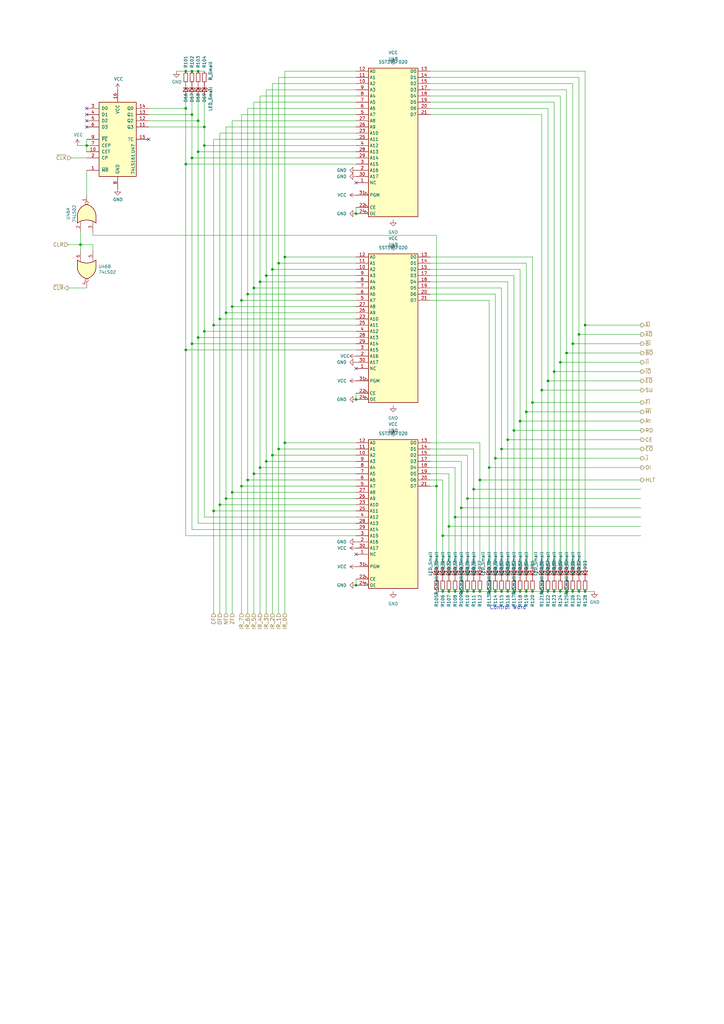
<source format=kicad_sch>
(kicad_sch (version 20211123) (generator eeschema)
  (paper "A3" portrait)
  (lib_symbols
    (symbol "74xx:74LS02" (pin_names (offset 1.016))
      (property "Reference" "U" (at 0 1.27 0))
      (property "Value" "74LS02" (at 0 -1.27 0))
      (symbol "74LS02_1_1"
        (arc (start -3.81 -3.81) (mid -2.589 0) (end -3.81 3.81) (stroke (width 0.254)))
        (arc (start -0.6096 -3.81) (mid 2.1842 -2.5851) (end 3.81 0) (stroke (width 0.254)) (fill (type background)))
        (polyline (pts (xy -3.81 -3.81) (xy -0.635 -3.81)) (stroke (width 0.254)) (fill (type background)))
        (polyline (pts (xy -3.81 3.81) (xy -0.635 3.81)) (stroke (width 0.254)) (fill (type background)))
        (polyline (pts (xy -0.635 3.81) (xy -3.81 3.81) (xy -3.81 3.81) (xy -3.556 3.4036) (xy -3.0226 2.2606) (xy -2.6924 1.0414) (xy -2.6162 -0.254) (xy -2.7686 -1.4986) (xy -3.175 -2.7178) (xy -3.81 -3.81) (xy -3.81 -3.81) (xy -0.635 -3.81)) (stroke (width -25.4)) (fill (type background)))
        (arc (start 3.81 0) (mid 2.1915 2.5936) (end -0.6096 3.81) (stroke (width 0.254)) (fill (type background)))
        (pin output inverted (at 7.62 0 180) (length 3.81) (name "~") (number "1"))
        (pin input line (at -7.62 2.54 0) (length 4.318) (name "~") (number "2"))
        (pin input line (at -7.62 -2.54 0) (length 4.318) (name "~") (number "3"))
      )
      (symbol "74LS02_1_2"
        (arc (start 0 -3.81) (mid 3.81 0) (end 0 3.81) (stroke (width 0.254)) (fill (type background)))
        (polyline (pts (xy 0 3.81) (xy -3.81 3.81) (xy -3.81 -3.81) (xy 0 -3.81)) (stroke (width 0.254)) (fill (type background)))
        (pin output line (at 7.62 0 180) (length 3.81) (name "~") (number "1"))
        (pin input inverted (at -7.62 2.54 0) (length 3.81) (name "~") (number "2"))
        (pin input inverted (at -7.62 -2.54 0) (length 3.81) (name "~") (number "3"))
      )
      (symbol "74LS02_2_1"
        (arc (start -3.81 -3.81) (mid -2.589 0) (end -3.81 3.81) (stroke (width 0.254)))
        (arc (start -0.6096 -3.81) (mid 2.1842 -2.5851) (end 3.81 0) (stroke (width 0.254)) (fill (type background)))
        (polyline (pts (xy -3.81 -3.81) (xy -0.635 -3.81)) (stroke (width 0.254)) (fill (type background)))
        (polyline (pts (xy -3.81 3.81) (xy -0.635 3.81)) (stroke (width 0.254)) (fill (type background)))
        (polyline (pts (xy -0.635 3.81) (xy -3.81 3.81) (xy -3.81 3.81) (xy -3.556 3.4036) (xy -3.0226 2.2606) (xy -2.6924 1.0414) (xy -2.6162 -0.254) (xy -2.7686 -1.4986) (xy -3.175 -2.7178) (xy -3.81 -3.81) (xy -3.81 -3.81) (xy -0.635 -3.81)) (stroke (width -25.4)) (fill (type background)))
        (arc (start 3.81 0) (mid 2.1915 2.5936) (end -0.6096 3.81) (stroke (width 0.254)) (fill (type background)))
        (pin output inverted (at 7.62 0 180) (length 3.81) (name "~") (number "4"))
        (pin input line (at -7.62 2.54 0) (length 4.318) (name "~") (number "5"))
        (pin input line (at -7.62 -2.54 0) (length 4.318) (name "~") (number "6"))
      )
      (symbol "74LS02_2_2"
        (arc (start 0 -3.81) (mid 3.81 0) (end 0 3.81) (stroke (width 0.254)) (fill (type background)))
        (polyline (pts (xy 0 3.81) (xy -3.81 3.81) (xy -3.81 -3.81) (xy 0 -3.81)) (stroke (width 0.254)) (fill (type background)))
        (pin output line (at 7.62 0 180) (length 3.81) (name "~") (number "4"))
        (pin input inverted (at -7.62 2.54 0) (length 3.81) (name "~") (number "5"))
        (pin input inverted (at -7.62 -2.54 0) (length 3.81) (name "~") (number "6"))
      )
      (symbol "74LS02_3_1"
        (arc (start -3.81 -3.81) (mid -2.589 0) (end -3.81 3.81) (stroke (width 0.254)))
        (arc (start -0.6096 -3.81) (mid 2.1842 -2.5851) (end 3.81 0) (stroke (width 0.254)) (fill (type background)))
        (polyline (pts (xy -3.81 -3.81) (xy -0.635 -3.81)) (stroke (width 0.254)) (fill (type background)))
        (polyline (pts (xy -3.81 3.81) (xy -0.635 3.81)) (stroke (width 0.254)) (fill (type background)))
        (polyline (pts (xy -0.635 3.81) (xy -3.81 3.81) (xy -3.81 3.81) (xy -3.556 3.4036) (xy -3.0226 2.2606) (xy -2.6924 1.0414) (xy -2.6162 -0.254) (xy -2.7686 -1.4986) (xy -3.175 -2.7178) (xy -3.81 -3.81) (xy -3.81 -3.81) (xy -0.635 -3.81)) (stroke (width -25.4)) (fill (type background)))
        (arc (start 3.81 0) (mid 2.1915 2.5936) (end -0.6096 3.81) (stroke (width 0.254)) (fill (type background)))
        (pin output inverted (at 7.62 0 180) (length 3.81) (name "~") (number "10"))
        (pin input line (at -7.62 2.54 0) (length 4.318) (name "~") (number "8"))
        (pin input line (at -7.62 -2.54 0) (length 4.318) (name "~") (number "9"))
      )
      (symbol "74LS02_3_2"
        (arc (start 0 -3.81) (mid 3.81 0) (end 0 3.81) (stroke (width 0.254)) (fill (type background)))
        (polyline (pts (xy 0 3.81) (xy -3.81 3.81) (xy -3.81 -3.81) (xy 0 -3.81)) (stroke (width 0.254)) (fill (type background)))
        (pin output line (at 7.62 0 180) (length 3.81) (name "~") (number "10"))
        (pin input inverted (at -7.62 2.54 0) (length 3.81) (name "~") (number "8"))
        (pin input inverted (at -7.62 -2.54 0) (length 3.81) (name "~") (number "9"))
      )
      (symbol "74LS02_4_1"
        (arc (start -3.81 -3.81) (mid -2.589 0) (end -3.81 3.81) (stroke (width 0.254)))
        (arc (start -0.6096 -3.81) (mid 2.1842 -2.5851) (end 3.81 0) (stroke (width 0.254)) (fill (type background)))
        (polyline (pts (xy -3.81 -3.81) (xy -0.635 -3.81)) (stroke (width 0.254)) (fill (type background)))
        (polyline (pts (xy -3.81 3.81) (xy -0.635 3.81)) (stroke (width 0.254)) (fill (type background)))
        (polyline (pts (xy -0.635 3.81) (xy -3.81 3.81) (xy -3.81 3.81) (xy -3.556 3.4036) (xy -3.0226 2.2606) (xy -2.6924 1.0414) (xy -2.6162 -0.254) (xy -2.7686 -1.4986) (xy -3.175 -2.7178) (xy -3.81 -3.81) (xy -3.81 -3.81) (xy -0.635 -3.81)) (stroke (width -25.4)) (fill (type background)))
        (arc (start 3.81 0) (mid 2.1915 2.5936) (end -0.6096 3.81) (stroke (width 0.254)) (fill (type background)))
        (pin input line (at -7.62 2.54 0) (length 4.318) (name "~") (number "11"))
        (pin input line (at -7.62 -2.54 0) (length 4.318) (name "~") (number "12"))
        (pin output inverted (at 7.62 0 180) (length 3.81) (name "~") (number "13"))
      )
      (symbol "74LS02_4_2"
        (arc (start 0 -3.81) (mid 3.81 0) (end 0 3.81) (stroke (width 0.254)) (fill (type background)))
        (polyline (pts (xy 0 3.81) (xy -3.81 3.81) (xy -3.81 -3.81) (xy 0 -3.81)) (stroke (width 0.254)) (fill (type background)))
        (pin input inverted (at -7.62 2.54 0) (length 3.81) (name "~") (number "11"))
        (pin input inverted (at -7.62 -2.54 0) (length 3.81) (name "~") (number "12"))
        (pin output line (at 7.62 0 180) (length 3.81) (name "~") (number "13"))
      )
      (symbol "74LS02_5_0"
        (pin power_in line (at 0 12.7 270) (length 5.08) (name "VCC") (number "14"))
        (pin power_in line (at 0 -12.7 90) (length 5.08) (name "GND") (number "7"))
      )
      (symbol "74LS02_5_1"
        (rectangle (start -5.08 7.62) (end 5.08 -7.62) (stroke (width 0.254)) (fill (type background)))
      )
    )
    (symbol "74xx:74LS161" (pin_names (offset 1.016))
      (property "Reference" "U" (at -7.62 16.51 0))
      (property "Value" "74LS161" (at -7.62 -16.51 0))
      (symbol "74LS161_1_0"
        (pin input line (at -12.7 -12.7 0) (length 5.08) (name "~{MR}") (number "1"))
        (pin input line (at -12.7 -5.08 0) (length 5.08) (name "CET") (number "10"))
        (pin output line (at 12.7 5.08 180) (length 5.08) (name "Q3") (number "11"))
        (pin output line (at 12.7 7.62 180) (length 5.08) (name "Q2") (number "12"))
        (pin output line (at 12.7 10.16 180) (length 5.08) (name "Q1") (number "13"))
        (pin output line (at 12.7 12.7 180) (length 5.08) (name "Q0") (number "14"))
        (pin output line (at 12.7 0 180) (length 5.08) (name "TC") (number "15"))
        (pin power_in line (at 0 20.32 270) (length 5.08) (name "VCC") (number "16"))
        (pin input line (at -12.7 -7.62 0) (length 5.08) (name "CP") (number "2"))
        (pin input line (at -12.7 12.7 0) (length 5.08) (name "D0") (number "3"))
        (pin input line (at -12.7 10.16 0) (length 5.08) (name "D1") (number "4"))
        (pin input line (at -12.7 7.62 0) (length 5.08) (name "D2") (number "5"))
        (pin input line (at -12.7 5.08 0) (length 5.08) (name "D3") (number "6"))
        (pin input line (at -12.7 -2.54 0) (length 5.08) (name "CEP") (number "7"))
        (pin power_in line (at 0 -20.32 90) (length 5.08) (name "GND") (number "8"))
        (pin input line (at -12.7 0 0) (length 5.08) (name "~{PE}") (number "9"))
      )
      (symbol "74LS161_1_1"
        (rectangle (start -7.62 15.24) (end 7.62 -15.24) (stroke (width 0.254)) (fill (type background)))
      )
    )
    (symbol "Device:LED_Small" (pin_numbers hide) (pin_names (offset 0.254) hide)
      (property "Reference" "D" (at -1.27 3.175 0))
      (property "Value" "LED_Small" (at -4.445 -2.54 0))
      (symbol "LED_Small_0_1"
        (polyline (pts (xy -0.762 -1.016) (xy -0.762 1.016)) (stroke (width 0.254)))
        (polyline (pts (xy 1.016 0) (xy -0.762 0)))
        (polyline (pts (xy 0.762 -1.016) (xy -0.762 0) (xy 0.762 1.016) (xy 0.762 -1.016)) (stroke (width 0.254)))
        (polyline (pts (xy 0 0.762) (xy -0.508 1.27) (xy -0.254 1.27) (xy -0.508 1.27) (xy -0.508 1.016)))
        (polyline (pts (xy 0.508 1.27) (xy 0 1.778) (xy 0.254 1.778) (xy 0 1.778) (xy 0 1.524)))
      )
      (symbol "LED_Small_1_1"
        (pin passive line (at -2.54 0 0) (length 1.778) (name "K") (number "1"))
        (pin passive line (at 2.54 0 180) (length 1.778) (name "A") (number "2"))
      )
    )
    (symbol "Device:R_Small" (pin_numbers hide) (pin_names (offset 0.254) hide)
      (property "Reference" "R" (at 0.762 0.508 0))
      (property "Value" "R_Small" (at 0.762 -1.016 0))
      (symbol "R_Small_0_1"
        (rectangle (start -0.762 1.778) (end 0.762 -1.778) (stroke (width 0.2032)))
      )
      (symbol "R_Small_1_1"
        (pin passive line (at 0 2.54 270) (length 0.762) (name "~") (number "1"))
        (pin passive line (at 0 -2.54 90) (length 0.762) (name "~") (number "2"))
      )
    )
    (symbol "Memory_Flash:SST39SF020"
      (property "Reference" "U" (at 2.54 33.02 0))
      (property "Value" "SST39SF020" (at 0 -30.48 0))
      (symbol "SST39SF020_0_0"
        (pin power_in line (at 0 -30.48 90) (length 1.27) hide (name "GND") (number "16"))
        (pin power_in line (at 0 33.02 270) (length 1.27) hide (name "VCC") (number "32"))
      )
      (symbol "SST39SF020_0_1"
        (rectangle (start -10.16 31.75) (end 10.16 -29.21) (stroke (width 0.254)) (fill (type background)))
      )
      (symbol "SST39SF020_1_1"
        (pin input line (at -15.24 -15.24 0) (length 5.08) (name "NC") (number "1"))
        (pin input line (at -15.24 25.4 0) (length 5.08) (name "A2") (number "10"))
        (pin input line (at -15.24 27.94 0) (length 5.08) (name "A1") (number "11"))
        (pin input line (at -15.24 30.48 0) (length 5.08) (name "A0") (number "12"))
        (pin tri_state line (at 15.24 30.48 180) (length 5.08) (name "D0") (number "13"))
        (pin tri_state line (at 15.24 27.94 180) (length 5.08) (name "D1") (number "14"))
        (pin tri_state line (at 15.24 25.4 180) (length 5.08) (name "D2") (number "15"))
        (pin tri_state line (at 15.24 22.86 180) (length 5.08) (name "D3") (number "17"))
        (pin tri_state line (at 15.24 20.32 180) (length 5.08) (name "D4") (number "18"))
        (pin tri_state line (at 15.24 17.78 180) (length 5.08) (name "D5") (number "19"))
        (pin input line (at -15.24 -10.16 0) (length 5.08) (name "A16") (number "2"))
        (pin tri_state line (at 15.24 15.24 180) (length 5.08) (name "D6") (number "20"))
        (pin tri_state line (at 15.24 12.7 180) (length 5.08) (name "D7") (number "21"))
        (pin input input_low (at -15.24 -25.4 0) (length 5.08) (name "CE") (number "22"))
        (pin input line (at -15.24 5.08 0) (length 5.08) (name "A10") (number "23"))
        (pin input input_low (at -15.24 -27.94 0) (length 5.08) (name "OE") (number "24"))
        (pin input line (at -15.24 2.54 0) (length 5.08) (name "A11") (number "25"))
        (pin input line (at -15.24 7.62 0) (length 5.08) (name "A9") (number "26"))
        (pin input line (at -15.24 10.16 0) (length 5.08) (name "A8") (number "27"))
        (pin input line (at -15.24 -2.54 0) (length 5.08) (name "A13") (number "28"))
        (pin input line (at -15.24 -5.08 0) (length 5.08) (name "A14") (number "29"))
        (pin input line (at -15.24 -7.62 0) (length 5.08) (name "A15") (number "3"))
        (pin input line (at -15.24 -12.7 0) (length 5.08) (name "A17") (number "30"))
        (pin input input_low (at -15.24 -20.32 0) (length 5.08) (name "PGM") (number "31"))
        (pin input line (at -15.24 0 0) (length 5.08) (name "A12") (number "4"))
        (pin input line (at -15.24 12.7 0) (length 5.08) (name "A7") (number "5"))
        (pin input line (at -15.24 15.24 0) (length 5.08) (name "A6") (number "6"))
        (pin input line (at -15.24 17.78 0) (length 5.08) (name "A5") (number "7"))
        (pin input line (at -15.24 20.32 0) (length 5.08) (name "A4") (number "8"))
        (pin input line (at -15.24 22.86 0) (length 5.08) (name "A3") (number "9"))
      )
    )
    (symbol "power:GND" (power) (pin_names (offset 0))
      (property "Value" "GND" (at 0 -3.81 0))
      (symbol "GND_0_1"
        (polyline (pts (xy 0 0) (xy 0 -1.27) (xy 1.27 -1.27) (xy 0 -2.54) (xy -1.27 -1.27) (xy 0 -1.27)))
      )
      (symbol "GND_1_1"
        (pin power_in line (at 0 0 270) (length 0) hide (name "GND") (number "1"))
      )
    )
    (symbol "power:VCC" (power) (pin_names (offset 0))
      (property "Value" "VCC" (at 0 3.81 0))
      (symbol "VCC_0_1"
        (polyline (pts (xy -0.762 1.27) (xy 0 2.54)))
        (polyline (pts (xy 0 0) (xy 0 2.54)))
        (polyline (pts (xy 0 2.54) (xy 0.762 1.27)))
      )
      (symbol "VCC_1_1"
        (pin power_in line (at 0 0 90) (length 0) hide (name "VCC") (number "1"))
      )
    )
  )
  (junction (at 109.22 189.23))
  (junction (at 87.63 133.35))
  (junction (at 224.79 156.21))
  (junction (at 114.3 184.15))
  (junction (at 215.9 168.91))
  (junction (at 232.41 144.78))
  (junction (at 181.61 242.57))
  (junction (at 213.36 242.57))
  (junction (at 104.14 194.31))
  (junction (at 213.36 172.72))
  (junction (at 184.15 242.57))
  (junction (at 229.87 242.57))
  (junction (at 227.33 242.57))
  (junction (at 222.25 242.57))
  (junction (at 191.77 204.47))
  (junction (at 186.69 212.09))
  (junction (at 83.82 59.69))
  (junction (at 35.56 59.69))
  (junction (at 210.82 176.53))
  (junction (at 95.25 201.93))
  (junction (at 92.71 128.27))
  (junction (at 81.28 62.23))
  (junction (at 205.74 184.15))
  (junction (at 90.17 130.81))
  (junction (at 111.76 110.49))
  (junction (at 179.07 199.39))
  (junction (at 196.85 196.85))
  (junction (at 76.2 44.45))
  (junction (at 240.03 133.35))
  (junction (at 200.66 191.77))
  (junction (at 234.95 242.57))
  (junction (at 101.6 120.65))
  (junction (at 106.68 191.77))
  (junction (at 181.61 219.71))
  (junction (at 200.66 242.57))
  (junction (at 81.28 138.43))
  (junction (at 76.2 67.31))
  (junction (at 218.44 165.1))
  (junction (at 78.74 64.77))
  (junction (at 114.3 107.95))
  (junction (at 81.28 49.53))
  (junction (at 78.74 140.97))
  (junction (at 208.28 180.34))
  (junction (at 146.05 87.63))
  (junction (at 95.25 125.73))
  (junction (at 227.33 152.4))
  (junction (at 191.77 242.57))
  (junction (at 81.28 29.21))
  (junction (at 83.82 135.89))
  (junction (at 240.03 242.57))
  (junction (at 76.2 29.21))
  (junction (at 234.95 140.97))
  (junction (at 222.25 160.02))
  (junction (at 189.23 208.28))
  (junction (at 205.74 242.57))
  (junction (at 76.2 143.51))
  (junction (at 186.69 242.57))
  (junction (at 111.76 186.69))
  (junction (at 218.44 242.57))
  (junction (at 99.06 199.39))
  (junction (at 194.31 242.57))
  (junction (at 78.74 46.99))
  (junction (at 237.49 242.57))
  (junction (at 92.71 204.47))
  (junction (at 196.85 242.57))
  (junction (at 33.02 100.33))
  (junction (at 83.82 52.07))
  (junction (at 203.2 187.96))
  (junction (at 215.9 242.57))
  (junction (at 210.82 242.57))
  (junction (at 229.87 148.59))
  (junction (at 184.15 215.9))
  (junction (at 146.05 240.03))
  (junction (at 87.63 209.55))
  (junction (at 237.49 137.16))
  (junction (at 104.14 118.11))
  (junction (at 189.23 242.57))
  (junction (at 224.79 242.57))
  (junction (at 106.68 115.57))
  (junction (at 90.17 207.01))
  (junction (at 208.28 242.57))
  (junction (at 99.06 123.19))
  (junction (at 78.74 29.21))
  (junction (at 232.41 242.57))
  (junction (at 101.6 196.85))
  (junction (at 109.22 113.03))
  (junction (at 116.84 105.41))
  (junction (at 194.31 200.66))
  (junction (at 116.84 181.61))
  (junction (at 203.2 242.57))
  (junction (at 146.05 163.83))
  (no_connect (at 146.05 74.93))
  (no_connect (at 146.05 151.13))
  (no_connect (at 146.05 227.33))
  (no_connect (at 35.56 49.53))
  (no_connect (at 35.56 52.07))
  (no_connect (at 35.56 44.45))
  (no_connect (at 60.96 57.15))
  (no_connect (at 35.56 46.99))
  (wire (pts (xy 176.53 105.41) (xy 218.44 105.41)))
  (wire (pts (xy 176.53 194.31) (xy 184.15 194.31)))
  (wire (pts (xy 83.82 135.89) (xy 146.05 135.89)))
  (wire (pts (xy 208.28 180.34) (xy 208.28 232.41)))
  (wire (pts (xy 95.25 125.73) (xy 95.25 201.93)))
  (wire (pts (xy 229.87 148.59) (xy 262.89 148.59)))
  (wire (pts (xy 76.2 44.45) (xy 76.2 67.31)))
  (wire (pts (xy 83.82 29.21) (xy 81.28 29.21)))
  (wire (pts (xy 99.06 46.99) (xy 146.05 46.99)))
  (wire (pts (xy 72.39 29.21) (xy 76.2 29.21)))
  (wire (pts (xy 215.9 168.91) (xy 215.9 107.95)))
  (wire (pts (xy 222.25 160.02) (xy 222.25 232.41)))
  (wire (pts (xy 176.53 120.65) (xy 203.2 120.65)))
  (wire (pts (xy 210.82 232.41) (xy 210.82 176.53)))
  (wire (pts (xy 176.53 199.39) (xy 179.07 199.39)))
  (wire (pts (xy 179.07 199.39) (xy 179.07 96.52)))
  (wire (pts (xy 87.63 133.35) (xy 146.05 133.35)))
  (wire (pts (xy 218.44 165.1) (xy 218.44 232.41)))
  (wire (pts (xy 213.36 172.72) (xy 213.36 232.41)))
  (wire (pts (xy 38.1 96.52) (xy 179.07 96.52)))
  (wire (pts (xy 101.6 196.85) (xy 101.6 251.46)))
  (wire (pts (xy 176.53 184.15) (xy 194.31 184.15)))
  (wire (pts (xy 76.2 67.31) (xy 146.05 67.31)))
  (wire (pts (xy 78.74 39.37) (xy 78.74 46.99)))
  (wire (pts (xy 215.9 232.41) (xy 215.9 168.91)))
  (wire (pts (xy 181.61 219.71) (xy 262.89 219.71)))
  (wire (pts (xy 81.28 29.21) (xy 78.74 29.21)))
  (wire (pts (xy 222.25 46.99) (xy 222.25 160.02)))
  (wire (pts (xy 78.74 64.77) (xy 78.74 140.97)))
  (wire (pts (xy 229.87 148.59) (xy 229.87 232.41)))
  (wire (pts (xy 234.95 140.97) (xy 234.95 232.41)))
  (wire (pts (xy 92.71 204.47) (xy 146.05 204.47)))
  (wire (pts (xy 78.74 140.97) (xy 146.05 140.97)))
  (wire (pts (xy 116.84 181.61) (xy 116.84 251.46)))
  (wire (pts (xy 215.9 168.91) (xy 262.89 168.91)))
  (wire (pts (xy 237.49 242.57) (xy 240.03 242.57)))
  (wire (pts (xy 95.25 201.93) (xy 95.25 251.46)))
  (wire (pts (xy 186.69 212.09) (xy 186.69 232.41)))
  (wire (pts (xy 92.71 52.07) (xy 92.71 128.27)))
  (wire (pts (xy 99.06 199.39) (xy 146.05 199.39)))
  (wire (pts (xy 106.68 39.37) (xy 106.68 115.57)))
  (wire (pts (xy 83.82 59.69) (xy 146.05 59.69)))
  (wire (pts (xy 109.22 189.23) (xy 146.05 189.23)))
  (wire (pts (xy 218.44 242.57) (xy 222.25 242.57)))
  (wire (pts (xy 213.36 110.49) (xy 213.36 172.72)))
  (wire (pts (xy 101.6 120.65) (xy 146.05 120.65)))
  (wire (pts (xy 109.22 189.23) (xy 109.22 251.46)))
  (wire (pts (xy 146.05 237.49) (xy 146.05 240.03)))
  (wire (pts (xy 181.61 219.71) (xy 181.61 232.41)))
  (wire (pts (xy 104.14 118.11) (xy 104.14 194.31)))
  (wire (pts (xy 200.66 191.77) (xy 262.89 191.77)))
  (wire (pts (xy 106.68 115.57) (xy 106.68 191.77)))
  (wire (pts (xy 81.28 138.43) (xy 146.05 138.43)))
  (wire (pts (xy 146.05 85.09) (xy 146.05 87.63)))
  (wire (pts (xy 114.3 107.95) (xy 114.3 184.15)))
  (wire (pts (xy 224.79 242.57) (xy 227.33 242.57)))
  (wire (pts (xy 81.28 214.63) (xy 146.05 214.63)))
  (wire (pts (xy 87.63 57.15) (xy 146.05 57.15)))
  (wire (pts (xy 176.53 31.75) (xy 237.49 31.75)))
  (wire (pts (xy 232.41 36.83) (xy 176.53 36.83)))
  (wire (pts (xy 194.31 242.57) (xy 196.85 242.57)))
  (wire (pts (xy 90.17 54.61) (xy 146.05 54.61)))
  (wire (pts (xy 200.66 232.41) (xy 200.66 191.77)))
  (wire (pts (xy 196.85 232.41) (xy 196.85 196.85)))
  (wire (pts (xy 176.53 191.77) (xy 186.69 191.77)))
  (wire (pts (xy 101.6 120.65) (xy 101.6 196.85)))
  (wire (pts (xy 81.28 62.23) (xy 146.05 62.23)))
  (wire (pts (xy 189.23 242.57) (xy 191.77 242.57)))
  (wire (pts (xy 99.06 199.39) (xy 99.06 251.46)))
  (wire (pts (xy 90.17 54.61) (xy 90.17 130.81)))
  (wire (pts (xy 205.74 184.15) (xy 205.74 118.11)))
  (wire (pts (xy 116.84 29.21) (xy 146.05 29.21)))
  (wire (pts (xy 114.3 184.15) (xy 114.3 251.46)))
  (wire (pts (xy 224.79 232.41) (xy 224.79 156.21)))
  (wire (pts (xy 181.61 242.57) (xy 184.15 242.57)))
  (wire (pts (xy 227.33 41.91) (xy 227.33 152.4)))
  (wire (pts (xy 222.25 242.57) (xy 224.79 242.57)))
  (wire (pts (xy 191.77 204.47) (xy 262.89 204.47)))
  (wire (pts (xy 205.74 118.11) (xy 176.53 118.11)))
  (wire (pts (xy 81.28 138.43) (xy 81.28 214.63)))
  (wire (pts (xy 109.22 36.83) (xy 109.22 113.03)))
  (wire (pts (xy 114.3 31.75) (xy 114.3 107.95)))
  (wire (pts (xy 176.53 110.49) (xy 213.36 110.49)))
  (wire (pts (xy 101.6 44.45) (xy 101.6 120.65)))
  (wire (pts (xy 106.68 39.37) (xy 146.05 39.37)))
  (wire (pts (xy 99.06 46.99) (xy 99.06 123.19)))
  (wire (pts (xy 38.1 100.33) (xy 33.02 100.33)))
  (wire (pts (xy 27.94 118.11) (xy 35.56 118.11)))
  (wire (pts (xy 215.9 242.57) (xy 218.44 242.57)))
  (wire (pts (xy 90.17 207.01) (xy 90.17 251.46)))
  (wire (pts (xy 60.96 44.45) (xy 76.2 44.45)))
  (wire (pts (xy 95.25 201.93) (xy 146.05 201.93)))
  (wire (pts (xy 210.82 176.53) (xy 210.82 113.03)))
  (wire (pts (xy 99.06 123.19) (xy 146.05 123.19)))
  (wire (pts (xy 81.28 39.37) (xy 81.28 49.53)))
  (wire (pts (xy 181.61 196.85) (xy 181.61 219.71)))
  (wire (pts (xy 176.53 39.37) (xy 229.87 39.37)))
  (wire (pts (xy 196.85 242.57) (xy 200.66 242.57)))
  (wire (pts (xy 90.17 130.81) (xy 90.17 207.01)))
  (wire (pts (xy 90.17 207.01) (xy 146.05 207.01)))
  (wire (pts (xy 116.84 181.61) (xy 146.05 181.61)))
  (wire (pts (xy 76.2 219.71) (xy 146.05 219.71)))
  (wire (pts (xy 83.82 59.69) (xy 83.82 135.89)))
  (wire (pts (xy 227.33 242.57) (xy 229.87 242.57)))
  (wire (pts (xy 229.87 39.37) (xy 229.87 148.59)))
  (wire (pts (xy 83.82 212.09) (xy 146.05 212.09)))
  (wire (pts (xy 203.2 242.57) (xy 205.74 242.57)))
  (wire (pts (xy 200.66 123.19) (xy 176.53 123.19)))
  (wire (pts (xy 224.79 44.45) (xy 176.53 44.45)))
  (wire (pts (xy 101.6 44.45) (xy 146.05 44.45)))
  (wire (pts (xy 60.96 46.99) (xy 78.74 46.99)))
  (wire (pts (xy 76.2 67.31) (xy 76.2 143.51)))
  (wire (pts (xy 186.69 191.77) (xy 186.69 212.09)))
  (wire (pts (xy 116.84 29.21) (xy 116.84 105.41)))
  (wire (pts (xy 208.28 180.34) (xy 262.89 180.34)))
  (wire (pts (xy 76.2 143.51) (xy 146.05 143.51)))
  (wire (pts (xy 186.69 212.09) (xy 262.89 212.09)))
  (wire (pts (xy 210.82 242.57) (xy 213.36 242.57)))
  (wire (pts (xy 109.22 36.83) (xy 146.05 36.83)))
  (wire (pts (xy 33.02 95.25) (xy 33.02 100.33)))
  (wire (pts (xy 196.85 196.85) (xy 196.85 181.61)))
  (wire (pts (xy 38.1 100.33) (xy 38.1 102.87)))
  (wire (pts (xy 78.74 29.21) (xy 76.2 29.21)))
  (wire (pts (xy 203.2 120.65) (xy 203.2 187.96)))
  (wire (pts (xy 81.28 49.53) (xy 81.28 62.23)))
  (wire (pts (xy 33.02 100.33) (xy 33.02 102.87)))
  (wire (pts (xy 106.68 115.57) (xy 146.05 115.57)))
  (wire (pts (xy 240.03 29.21) (xy 240.03 133.35)))
  (wire (pts (xy 101.6 196.85) (xy 146.05 196.85)))
  (wire (pts (xy 224.79 156.21) (xy 224.79 44.45)))
  (wire (pts (xy 189.23 189.23) (xy 189.23 208.28)))
  (wire (pts (xy 237.49 232.41) (xy 237.49 137.16)))
  (wire (pts (xy 191.77 232.41) (xy 191.77 204.47)))
  (wire (pts (xy 92.71 52.07) (xy 146.05 52.07)))
  (wire (pts (xy 81.28 62.23) (xy 81.28 138.43)))
  (wire (pts (xy 35.56 59.69) (xy 35.56 62.23)))
  (wire (pts (xy 240.03 133.35) (xy 240.03 232.41)))
  (wire (pts (xy 210.82 176.53) (xy 262.89 176.53)))
  (wire (pts (xy 176.53 41.91) (xy 227.33 41.91)))
  (wire (pts (xy 191.77 204.47) (xy 191.77 186.69)))
  (wire (pts (xy 176.53 107.95) (xy 215.9 107.95)))
  (wire (pts (xy 205.74 184.15) (xy 262.89 184.15)))
  (wire (pts (xy 196.85 181.61) (xy 176.53 181.61)))
  (wire (pts (xy 205.74 242.57) (xy 208.28 242.57)))
  (wire (pts (xy 60.96 52.07) (xy 83.82 52.07)))
  (wire (pts (xy 106.68 191.77) (xy 146.05 191.77)))
  (wire (pts (xy 191.77 242.57) (xy 194.31 242.57)))
  (wire (pts (xy 92.71 204.47) (xy 92.71 251.46)))
  (wire (pts (xy 146.05 161.29) (xy 146.05 163.83)))
  (wire (pts (xy 90.17 130.81) (xy 146.05 130.81)))
  (wire (pts (xy 111.76 110.49) (xy 146.05 110.49)))
  (wire (pts (xy 114.3 107.95) (xy 146.05 107.95)))
  (wire (pts (xy 184.15 242.57) (xy 186.69 242.57)))
  (wire (pts (xy 76.2 44.45) (xy 76.2 39.37)))
  (wire (pts (xy 92.71 128.27) (xy 92.71 204.47)))
  (wire (pts (xy 111.76 186.69) (xy 146.05 186.69)))
  (wire (pts (xy 78.74 217.17) (xy 146.05 217.17)))
  (wire (pts (xy 208.28 242.57) (xy 210.82 242.57)))
  (wire (pts (xy 111.76 34.29) (xy 146.05 34.29)))
  (wire (pts (xy 146.05 194.31) (xy 104.14 194.31)))
  (wire (pts (xy 184.15 194.31) (xy 184.15 215.9)))
  (wire (pts (xy 179.07 242.57) (xy 181.61 242.57)))
  (wire (pts (xy 78.74 46.99) (xy 78.74 64.77)))
  (wire (pts (xy 232.41 242.57) (xy 234.95 242.57)))
  (wire (pts (xy 35.56 57.15) (xy 35.56 59.69)))
  (wire (pts (xy 83.82 52.07) (xy 83.82 59.69)))
  (wire (pts (xy 111.76 186.69) (xy 111.76 251.46)))
  (wire (pts (xy 203.2 187.96) (xy 203.2 232.41)))
  (wire (pts (xy 176.53 34.29) (xy 234.95 34.29)))
  (wire (pts (xy 224.79 156.21) (xy 262.89 156.21)))
  (wire (pts (xy 92.71 128.27) (xy 146.05 128.27)))
  (wire (pts (xy 229.87 242.57) (xy 232.41 242.57)))
  (wire (pts (xy 114.3 31.75) (xy 146.05 31.75)))
  (wire (pts (xy 99.06 123.19) (xy 99.06 199.39)))
  (wire (pts (xy 146.05 118.11) (xy 104.14 118.11)))
  (wire (pts (xy 205.74 232.41) (xy 205.74 184.15)))
  (wire (pts (xy 109.22 113.03) (xy 109.22 189.23)))
  (wire (pts (xy 87.63 57.15) (xy 87.63 133.35)))
  (wire (pts (xy 109.22 113.03) (xy 146.05 113.03)))
  (wire (pts (xy 146.05 41.91) (xy 104.14 41.91)))
  (wire (pts (xy 104.14 41.91) (xy 104.14 118.11)))
  (wire (pts (xy 184.15 215.9) (xy 184.15 232.41)))
  (wire (pts (xy 237.49 137.16) (xy 237.49 31.75)))
  (wire (pts (xy 232.41 144.78) (xy 262.89 144.78)))
  (wire (pts (xy 35.56 80.01) (xy 35.56 69.85)))
  (wire (pts (xy 95.25 49.53) (xy 146.05 49.53)))
  (wire (pts (xy 179.07 199.39) (xy 179.07 232.41)))
  (wire (pts (xy 87.63 209.55) (xy 87.63 251.46)))
  (wire (pts (xy 116.84 105.41) (xy 116.84 181.61)))
  (wire (pts (xy 194.31 200.66) (xy 194.31 232.41)))
  (wire (pts (xy 176.53 189.23) (xy 189.23 189.23)))
  (wire (pts (xy 208.28 115.57) (xy 208.28 180.34)))
  (wire (pts (xy 234.95 140.97) (xy 262.89 140.97)))
  (wire (pts (xy 234.95 34.29) (xy 234.95 140.97)))
  (wire (pts (xy 186.69 242.57) (xy 189.23 242.57)))
  (wire (pts (xy 227.33 152.4) (xy 227.33 232.41)))
  (wire (pts (xy 87.63 209.55) (xy 146.05 209.55)))
  (wire (pts (xy 218.44 165.1) (xy 262.89 165.1)))
  (wire (pts (xy 29.21 64.77) (xy 35.56 64.77)))
  (wire (pts (xy 38.1 95.25) (xy 38.1 96.52)))
  (wire (pts (xy 232.41 36.83) (xy 232.41 144.78)))
  (wire (pts (xy 95.25 49.53) (xy 95.25 125.73)))
  (wire (pts (xy 189.23 208.28) (xy 262.89 208.28)))
  (wire (pts (xy 227.33 152.4) (xy 262.89 152.4)))
  (wire (pts (xy 213.36 172.72) (xy 262.89 172.72)))
  (wire (pts (xy 31.75 59.69) (xy 35.56 59.69)))
  (wire (pts (xy 114.3 184.15) (xy 146.05 184.15)))
  (wire (pts (xy 104.14 194.31) (xy 104.14 251.46)))
  (wire (pts (xy 203.2 187.96) (xy 262.89 187.96)))
  (wire (pts (xy 237.49 137.16) (xy 262.89 137.16)))
  (wire (pts (xy 200.66 242.57) (xy 203.2 242.57)))
  (wire (pts (xy 87.63 133.35) (xy 87.63 209.55)))
  (wire (pts (xy 76.2 143.51) (xy 76.2 219.71)))
  (wire (pts (xy 213.36 242.57) (xy 215.9 242.57)))
  (wire (pts (xy 218.44 105.41) (xy 218.44 165.1)))
  (wire (pts (xy 27.94 100.33) (xy 33.02 100.33)))
  (wire (pts (xy 184.15 215.9) (xy 262.89 215.9)))
  (wire (pts (xy 240.03 242.57) (xy 243.84 242.57)))
  (wire (pts (xy 111.76 110.49) (xy 111.76 186.69)))
  (wire (pts (xy 106.68 191.77) (xy 106.68 251.46)))
  (wire (pts (xy 83.82 39.37) (xy 83.82 52.07)))
  (wire (pts (xy 194.31 200.66) (xy 262.89 200.66)))
  (wire (pts (xy 194.31 184.15) (xy 194.31 200.66)))
  (wire (pts (xy 189.23 208.28) (xy 189.23 232.41)))
  (wire (pts (xy 210.82 113.03) (xy 176.53 113.03)))
  (wire (pts (xy 78.74 140.97) (xy 78.74 217.17)))
  (wire (pts (xy 240.03 133.35) (xy 262.89 133.35)))
  (wire (pts (xy 116.84 105.41) (xy 146.05 105.41)))
  (wire (pts (xy 196.85 196.85) (xy 262.89 196.85)))
  (wire (pts (xy 176.53 196.85) (xy 181.61 196.85)))
  (wire (pts (xy 176.53 29.21) (xy 240.03 29.21)))
  (wire (pts (xy 232.41 144.78) (xy 232.41 232.41)))
  (wire (pts (xy 234.95 242.57) (xy 237.49 242.57)))
  (wire (pts (xy 95.25 125.73) (xy 146.05 125.73)))
  (wire (pts (xy 111.76 34.29) (xy 111.76 110.49)))
  (wire (pts (xy 83.82 135.89) (xy 83.82 212.09)))
  (wire (pts (xy 200.66 191.77) (xy 200.66 123.19)))
  (wire (pts (xy 191.77 186.69) (xy 176.53 186.69)))
  (wire (pts (xy 60.96 49.53) (xy 81.28 49.53)))
  (wire (pts (xy 78.74 64.77) (xy 146.05 64.77)))
  (wire (pts (xy 176.53 115.57) (xy 208.28 115.57)))
  (wire (pts (xy 176.53 46.99) (xy 222.25 46.99)))
  (wire (pts (xy 222.25 160.02) (xy 262.89 160.02)))
  (text "Control Word\n" (at 215.9 250.19 180) (effects (font (size 1.524 1.524)) (justify right bottom)))
  (hierarchical_label "IR_6" (shape input) (at 101.6 251.46 270) (effects (font (size 1.524 1.524))))
  (hierarchical_label "~{MI}" (shape output) (at 262.89 168.91 0) (effects (font (size 1.524 1.524))))
  (hierarchical_label "~{BI}" (shape output) (at 262.89 140.97 0) (effects (font (size 1.524 1.524))))
  (hierarchical_label "OI" (shape output) (at 262.89 191.77 0) (effects (font (size 1.524 1.524))))
  (hierarchical_label "CF" (shape input) (at 87.63 251.46 270) (effects (font (size 1.524 1.524))))
  (hierarchical_label "~{CLR}" (shape output) (at 27.94 118.11 180) (effects (font (size 1.524 1.524))))
  (hierarchical_label "~{FI}" (shape output) (at 262.89 165.1 0) (effects (font (size 1.524 1.524))))
  (hierarchical_label "~{CLK}" (shape input) (at 29.21 64.77 180) (effects (font (size 1.524 1.524))))
  (hierarchical_label "HLT" (shape output) (at 262.89 196.85 0) (effects (font (size 1.524 1.524))))
  (hierarchical_label "~{AO}" (shape output) (at 262.89 137.16 0) (effects (font (size 1.524 1.524))))
  (hierarchical_label "RI" (shape output) (at 262.89 172.72 0) (effects (font (size 1.524 1.524))))
  (hierarchical_label "IR_2" (shape input) (at 111.76 251.46 270) (effects (font (size 1.524 1.524))))
  (hierarchical_label "~{IO}" (shape output) (at 262.89 152.4 0) (effects (font (size 1.524 1.524))))
  (hierarchical_label "IR_5" (shape input) (at 104.14 251.46 270) (effects (font (size 1.524 1.524))))
  (hierarchical_label "NF" (shape input) (at 92.71 251.46 270) (effects (font (size 1.524 1.524))))
  (hierarchical_label "~{CO}" (shape output) (at 262.89 184.15 0) (effects (font (size 1.524 1.524))))
  (hierarchical_label "~{AI}" (shape output) (at 262.89 133.35 0) (effects (font (size 1.524 1.524))))
  (hierarchical_label "~{II}" (shape output) (at 262.89 148.59 0) (effects (font (size 1.524 1.524))))
  (hierarchical_label "IR_7" (shape input) (at 99.06 251.46 270) (effects (font (size 1.524 1.524))))
  (hierarchical_label "RO" (shape output) (at 262.89 176.53 0) (effects (font (size 1.524 1.524))))
  (hierarchical_label "IR_1" (shape input) (at 114.3 251.46 270) (effects (font (size 1.524 1.524))))
  (hierarchical_label "IR_3" (shape input) (at 109.22 251.46 270) (effects (font (size 1.524 1.524))))
  (hierarchical_label "~{BO}" (shape output) (at 262.89 144.78 0) (effects (font (size 1.524 1.524))))
  (hierarchical_label "~{J}" (shape output) (at 262.89 187.96 0) (effects (font (size 1.524 1.524))))
  (hierarchical_label "ZF" (shape input) (at 95.25 251.46 270) (effects (font (size 1.524 1.524))))
  (hierarchical_label "IR_0" (shape input) (at 116.84 251.46 270) (effects (font (size 1.524 1.524))))
  (hierarchical_label "~{EO}" (shape output) (at 262.89 156.21 0) (effects (font (size 1.524 1.524))))
  (hierarchical_label "CE" (shape output) (at 262.89 180.34 0) (effects (font (size 1.524 1.524))))
  (hierarchical_label "OF" (shape input) (at 90.17 251.46 270) (effects (font (size 1.524 1.524))))
  (hierarchical_label "SU" (shape output) (at 262.89 160.02 0) (effects (font (size 1.524 1.524))))
  (hierarchical_label "CLR" (shape input) (at 27.94 100.33 180) (effects (font (size 1.524 1.524))))
  (hierarchical_label "IR_4" (shape input) (at 106.68 251.46 270) (effects (font (size 1.524 1.524))))
  (symbol (lib_id "Device:LED_Small") (at 181.61 234.95 90) (unit 1)
    (property "Reference" "D71" (at 181.61 233.68 0) (effects (justify left)))
    (property "Value" "LED_Small" (at 179.07 236.22 0) (effects (justify left)))
  )
  (symbol (lib_id "Device:LED_Small") (at 184.15 234.95 90) (unit 1)
    (property "Reference" "D72" (at 184.15 233.68 0) (effects (justify left)))
    (property "Value" "LED_Small" (at 181.61 236.22 0) (effects (justify left)))
  )
  (symbol (lib_id "Device:LED_Small") (at 186.69 234.95 90) (unit 1)
    (property "Reference" "D73" (at 186.69 233.68 0) (effects (justify left)))
    (property "Value" "LED_Small" (at 184.15 236.22 0) (effects (justify left)))
  )
  (symbol (lib_id "Device:LED_Small") (at 189.23 234.95 90) (unit 1)
    (property "Reference" "D74" (at 189.23 233.68 0) (effects (justify left)))
    (property "Value" "LED_Small" (at 186.69 236.22 0) (effects (justify left)))
  )
  (symbol (lib_id "Device:LED_Small") (at 191.77 234.95 90) (unit 1)
    (property "Reference" "D75" (at 191.77 233.68 0) (effects (justify left)))
    (property "Value" "LED_Small" (at 189.23 236.22 0) (effects (justify left)))
  )
  (symbol (lib_id "Device:LED_Small") (at 194.31 234.95 90) (unit 1)
    (property "Reference" "D76" (at 194.31 233.68 0) (effects (justify left)))
    (property "Value" "LED_Small" (at 191.77 236.22 0) (effects (justify left)))
  )
  (symbol (lib_id "Device:LED_Small") (at 196.85 234.95 90) (unit 1)
    (property "Reference" "D77" (at 196.85 233.68 0) (effects (justify left)))
    (property "Value" "LED_Small" (at 194.31 236.22 0) (effects (justify left)))
  )
  (symbol (lib_id "Device:LED_Small") (at 200.66 234.95 90) (unit 1)
    (property "Reference" "D78" (at 200.66 233.68 0) (effects (justify left)))
    (property "Value" "LED_Small" (at 198.12 236.22 0) (effects (justify left)))
  )
  (symbol (lib_id "Device:LED_Small") (at 203.2 234.95 90) (unit 1)
    (property "Reference" "D79" (at 203.2 233.68 0) (effects (justify left)))
    (property "Value" "LED_Small" (at 200.66 236.22 0) (effects (justify left)))
  )
  (symbol (lib_id "Device:LED_Small") (at 205.74 234.95 90) (unit 1)
    (property "Reference" "D80" (at 205.74 233.68 0) (effects (justify left)))
    (property "Value" "LED_Small" (at 203.2 236.22 0) (effects (justify left)))
  )
  (symbol (lib_id "Device:LED_Small") (at 208.28 234.95 90) (unit 1)
    (property "Reference" "D81" (at 208.28 233.68 0) (effects (justify left)))
    (property "Value" "LED_Small" (at 205.74 236.22 0) (effects (justify left)))
  )
  (symbol (lib_id "Device:LED_Small") (at 210.82 234.95 90) (unit 1)
    (property "Reference" "D82" (at 210.82 233.68 0) (effects (justify left)))
    (property "Value" "LED_Small" (at 208.28 236.22 0) (effects (justify left)))
  )
  (symbol (lib_id "Device:LED_Small") (at 213.36 234.95 90) (unit 1)
    (property "Reference" "D83" (at 213.36 233.68 0) (effects (justify left)))
    (property "Value" "LED_Small" (at 210.82 236.22 0) (effects (justify left)))
  )
  (symbol (lib_id "Device:LED_Small") (at 215.9 234.95 90) (unit 1)
    (property "Reference" "D84" (at 215.9 233.68 0) (effects (justify left)))
    (property "Value" "LED_Small" (at 213.36 236.22 0) (effects (justify left)))
  )
  (symbol (lib_id "Device:LED_Small") (at 218.44 234.95 90) (unit 1)
    (property "Reference" "D85" (at 218.44 233.68 0) (effects (justify left)))
    (property "Value" "LED_Small" (at 215.9 236.22 0) (effects (justify left)))
  )
  (symbol (lib_id "Device:LED_Small") (at 222.25 234.95 90) (unit 1)
    (property "Reference" "D86" (at 222.25 233.68 0) (effects (justify left)))
    (property "Value" "LED_Small" (at 219.71 236.22 0) (effects (justify left)))
  )
  (symbol (lib_id "Device:LED_Small") (at 224.79 234.95 90) (unit 1)
    (property "Reference" "D87" (at 224.79 233.68 0) (effects (justify left)))
    (property "Value" "LED_Small" (at 222.25 236.22 0) (effects (justify left)))
  )
  (symbol (lib_id "Device:LED_Small") (at 227.33 234.95 90) (unit 1)
    (property "Reference" "D88" (at 227.33 233.68 0) (effects (justify left)))
    (property "Value" "LED_Small" (at 224.79 236.22 0) (effects (justify left)))
  )
  (symbol (lib_id "Device:LED_Small") (at 229.87 234.95 90) (unit 1)
    (property "Reference" "D89" (at 229.87 233.68 0) (effects (justify left)))
    (property "Value" "LED_Small" (at 227.33 236.22 0) (effects (justify left)))
  )
  (symbol (lib_id "Device:LED_Small") (at 232.41 234.95 90) (unit 1)
    (property "Reference" "D90" (at 232.41 233.68 0) (effects (justify left)))
    (property "Value" "LED_Small" (at 229.87 236.22 0) (effects (justify left)))
  )
  (symbol (lib_id "Device:LED_Small") (at 234.95 234.95 90) (unit 1)
    (property "Reference" "D91" (at 234.95 233.68 0) (effects (justify left)))
    (property "Value" "LED_Small" (at 232.41 236.22 0) (effects (justify left)))
  )
  (symbol (lib_id "Device:LED_Small") (at 237.49 234.95 90) (unit 1)
    (property "Reference" "D92" (at 237.49 233.68 0) (effects (justify left)))
    (property "Value" "LED_Small" (at 234.95 236.22 0) (effects (justify left)))
  )
  (symbol (lib_id "Device:LED_Small") (at 240.03 234.95 90) (unit 1)
    (property "Reference" "D93" (at 240.03 233.68 0) (effects (justify left)))
    (property "Value" "LED_Small" (at 237.49 236.22 0) (effects (justify left)))
  )
  (symbol (lib_id "74xx:74LS161") (at 48.26 57.15 0) (unit 1)
    (property "Reference" "U47" (at 54.61 60.96 90))
    (property "Value" "74LS161" (at 54.61 67.31 90))
    (property "Datasheet" "http://www.ti.com/lit/gpn/sn74LS161" (effects hide))
  )
  (symbol (lib_id "power:GND") (at 48.26 77.47 0) (unit 1)
    (property "Reference" "#PWR0134" (effects hide))
    (property "Value" "GND" (at 48.387 81.8642 0))
  )
  (symbol (lib_id "power:VCC") (at 48.26 36.83 0) (unit 1)
    (property "Reference" "#PWR0133" (effects hide))
    (property "Value" "VCC" (at 48.641 32.4358 0))
  )
  (symbol (lib_id "power:VCC") (at 31.75 59.69 0) (unit 1)
    (property "Reference" "#PWR0132" (effects hide))
    (property "Value" "VCC" (at 32.131 55.2958 0))
  )
  (symbol (lib_id "Device:LED_Small") (at 76.2 36.83 270) (unit 1)
    (property "Reference" "D66" (at 76.2 38.1 0) (effects (justify left)))
    (property "Value" "LED_Small" (at 86.36 35.56 0) (effects (justify left)))
  )
  (symbol (lib_id "Device:LED_Small") (at 78.74 36.83 270) (unit 1)
    (property "Reference" "D67" (at 78.74 38.1 0) (effects (justify left)))
    (property "Value" "LED_Small" (at 86.36 35.56 0) (effects (justify left)))
  )
  (symbol (lib_id "Device:LED_Small") (at 81.28 36.83 270) (unit 1)
    (property "Reference" "D68" (at 81.28 38.1 0) (effects (justify left)))
    (property "Value" "LED_Small" (at 86.36 35.56 0) (effects (justify left)))
  )
  (symbol (lib_id "Device:LED_Small") (at 83.82 36.83 270) (unit 1)
    (property "Reference" "D69" (at 83.82 38.1 0) (effects (justify left)))
    (property "Value" "LED_Small" (at 86.36 35.56 0) (effects (justify left)))
  )
  (symbol (lib_id "Device:R_Small") (at 76.2 31.75 0) (unit 1)
    (property "Reference" "R101" (at 76.2 27.94 90) (effects (justify left)))
    (property "Value" "R_Small" (at 86.36 33.02 90) (effects (justify left)))
  )
  (symbol (lib_id "Device:R_Small") (at 78.74 31.75 0) (unit 1)
    (property "Reference" "R102" (at 78.74 27.94 90) (effects (justify left)))
    (property "Value" "R_Small" (at 86.36 33.02 90) (effects (justify left)))
  )
  (symbol (lib_id "Device:R_Small") (at 81.28 31.75 0) (unit 1)
    (property "Reference" "R103" (at 81.28 27.94 90) (effects (justify left)))
    (property "Value" "R_Small" (at 86.36 33.02 90) (effects (justify left)))
  )
  (symbol (lib_id "Device:R_Small") (at 83.82 31.75 0) (unit 1)
    (property "Reference" "R104" (at 83.82 27.94 90) (effects (justify left)))
    (property "Value" "R_Small" (at 86.36 33.02 90) (effects (justify left)))
  )
  (symbol (lib_id "74xx:74LS02") (at 35.56 87.63 90) (unit 1)
    (property "Reference" "U46" (at 27.94 87.63 0))
    (property "Value" "74LS02" (at 30.48 87.63 0))
    (property "Datasheet" "http://www.ti.com/lit/gpn/sn74ls02" (effects hide))
  )
  (symbol (lib_id "74xx:74LS02") (at 35.56 110.49 270) (unit 2)
    (property "Reference" "U46" (at 40.3352 109.3216 90) (effects (justify left)))
    (property "Value" "74LS02" (at 40.3352 111.633 90) (effects (justify left)))
    (property "Datasheet" "http://www.ti.com/lit/gpn/sn74ls02" (effects hide))
  )
  (symbol (lib_id "Device:LED_Small") (at 179.07 234.95 90) (unit 1)
    (property "Reference" "D70" (at 179.07 233.68 0) (effects (justify left)))
    (property "Value" "LED_Small" (at 176.53 236.22 0) (effects (justify left)))
  )
  (symbol (lib_id "Device:R_Small") (at 186.69 240.03 180) (unit 1)
    (property "Reference" "R108" (at 186.69 243.84 90) (effects (justify left)))
    (property "Value" "R_Small" (at 179.07 236.22 90) (effects (justify left)))
  )
  (symbol (lib_id "Device:R_Small") (at 184.15 240.03 180) (unit 1)
    (property "Reference" "R107" (at 184.15 243.84 90) (effects (justify left)))
    (property "Value" "R_Small" (at 179.07 236.22 90) (effects (justify left)))
  )
  (symbol (lib_id "Device:R_Small") (at 181.61 240.03 180) (unit 1)
    (property "Reference" "R106" (at 181.61 243.84 90) (effects (justify left)))
    (property "Value" "R_Small" (at 179.07 236.22 90) (effects (justify left)))
  )
  (symbol (lib_id "Device:R_Small") (at 179.07 240.03 180) (unit 1)
    (property "Reference" "R105" (at 179.07 243.84 90) (effects (justify left)))
    (property "Value" "R_Small" (at 179.07 236.22 90) (effects (justify left)))
  )
  (symbol (lib_id "Device:R_Small") (at 196.85 240.03 180) (unit 1)
    (property "Reference" "R112" (at 196.85 243.84 90) (effects (justify left)))
    (property "Value" "R_Small" (at 189.23 236.22 90) (effects (justify left)))
  )
  (symbol (lib_id "Device:R_Small") (at 194.31 240.03 180) (unit 1)
    (property "Reference" "R111" (at 194.31 243.84 90) (effects (justify left)))
    (property "Value" "R_Small" (at 189.23 236.22 90) (effects (justify left)))
  )
  (symbol (lib_id "Device:R_Small") (at 191.77 240.03 180) (unit 1)
    (property "Reference" "R110" (at 191.77 243.84 90) (effects (justify left)))
    (property "Value" "R_Small" (at 189.23 236.22 90) (effects (justify left)))
  )
  (symbol (lib_id "Device:R_Small") (at 189.23 240.03 180) (unit 1)
    (property "Reference" "R109" (at 189.23 243.84 90) (effects (justify left)))
    (property "Value" "R_Small" (at 189.23 236.22 90) (effects (justify left)))
  )
  (symbol (lib_id "Device:R_Small") (at 208.28 240.03 180) (unit 1)
    (property "Reference" "R116" (at 208.28 243.84 90) (effects (justify left)))
    (property "Value" "R_Small" (at 200.66 236.22 90) (effects (justify left)))
  )
  (symbol (lib_id "Device:R_Small") (at 205.74 240.03 180) (unit 1)
    (property "Reference" "R115" (at 205.74 243.84 90) (effects (justify left)))
    (property "Value" "R_Small" (at 200.66 236.22 90) (effects (justify left)))
  )
  (symbol (lib_id "Device:R_Small") (at 203.2 240.03 180) (unit 1)
    (property "Reference" "R114" (at 203.2 243.84 90) (effects (justify left)))
    (property "Value" "R_Small" (at 200.66 236.22 90) (effects (justify left)))
  )
  (symbol (lib_id "Device:R_Small") (at 200.66 240.03 180) (unit 1)
    (property "Reference" "R113" (at 200.66 243.84 90) (effects (justify left)))
    (property "Value" "R_Small" (at 200.66 236.22 90) (effects (justify left)))
  )
  (symbol (lib_id "Device:R_Small") (at 218.44 240.03 180) (unit 1)
    (property "Reference" "R120" (at 218.44 243.84 90) (effects (justify left)))
    (property "Value" "R_Small" (at 210.82 236.22 90) (effects (justify left)))
  )
  (symbol (lib_id "Device:R_Small") (at 215.9 240.03 180) (unit 1)
    (property "Reference" "R119" (at 215.9 243.84 90) (effects (justify left)))
    (property "Value" "R_Small" (at 210.82 236.22 90) (effects (justify left)))
  )
  (symbol (lib_id "Device:R_Small") (at 213.36 240.03 180) (unit 1)
    (property "Reference" "R118" (at 213.36 243.84 90) (effects (justify left)))
    (property "Value" "R_Small" (at 210.82 236.22 90) (effects (justify left)))
  )
  (symbol (lib_id "Device:R_Small") (at 210.82 240.03 180) (unit 1)
    (property "Reference" "R117" (at 210.82 243.84 90) (effects (justify left)))
    (property "Value" "R_Small" (at 210.82 236.22 90) (effects (justify left)))
  )
  (symbol (lib_id "Device:R_Small") (at 229.87 240.03 180) (unit 1)
    (property "Reference" "R124" (at 229.87 243.84 90) (effects (justify left)))
    (property "Value" "R_Small" (at 222.25 236.22 90) (effects (justify left)))
  )
  (symbol (lib_id "Device:R_Small") (at 227.33 240.03 180) (unit 1)
    (property "Reference" "R123" (at 227.33 243.84 90) (effects (justify left)))
    (property "Value" "R_Small" (at 222.25 236.22 90) (effects (justify left)))
  )
  (symbol (lib_id "Device:R_Small") (at 224.79 240.03 180) (unit 1)
    (property "Reference" "R122" (at 224.79 243.84 90) (effects (justify left)))
    (property "Value" "R_Small" (at 222.25 236.22 90) (effects (justify left)))
  )
  (symbol (lib_id "Device:R_Small") (at 222.25 240.03 180) (unit 1)
    (property "Reference" "R121" (at 222.25 243.84 90) (effects (justify left)))
    (property "Value" "R_Small" (at 222.25 236.22 90) (effects (justify left)))
  )
  (symbol (lib_id "Device:R_Small") (at 240.03 240.03 180) (unit 1)
    (property "Reference" "R128" (at 240.03 243.84 90) (effects (justify left)))
    (property "Value" "R_Small" (at 232.41 236.22 90) (effects (justify left)))
  )
  (symbol (lib_id "Device:R_Small") (at 237.49 240.03 180) (unit 1)
    (property "Reference" "R127" (at 237.49 243.84 90) (effects (justify left)))
    (property "Value" "R_Small" (at 232.41 236.22 90) (effects (justify left)))
  )
  (symbol (lib_id "Device:R_Small") (at 234.95 240.03 180) (unit 1)
    (property "Reference" "R126" (at 234.95 243.84 90) (effects (justify left)))
    (property "Value" "R_Small" (at 232.41 236.22 90) (effects (justify left)))
  )
  (symbol (lib_id "Device:R_Small") (at 232.41 240.03 180) (unit 1)
    (property "Reference" "R125" (at 232.41 243.84 90) (effects (justify left)))
    (property "Value" "R_Small" (at 232.41 236.22 90) (effects (justify left)))
  )
  (symbol (lib_id "power:GND") (at 243.84 242.57 0) (unit 1)
    (property "Reference" "#PWR0154" (effects hide))
    (property "Value" "GND" (at 243.967 246.9642 0))
  )
  (symbol (lib_id "power:GND") (at 72.39 29.21 0) (unit 1)
    (property "Reference" "#PWR0135" (effects hide))
    (property "Value" "GND" (at 72.517 33.6042 0))
  )
  (symbol (lib_id "power:VCC") (at 146.05 232.41 90) (unit 1)
    (property "Reference" "#PWR0146" (effects hide))
    (property "Value" "VCC" (at 142.24 232.4099 90) (effects (justify left)))
  )
  (symbol (lib_id "power:GND") (at 161.29 166.37 0) (unit 1)
    (property "Reference" "#PWR0151" (effects hide))
    (property "Value" "GND" (at 161.29 171.45 0))
  )
  (symbol (lib_id "power:VCC") (at 161.29 102.87 0) (unit 1)
    (property "Reference" "#PWR0150" (effects hide))
    (property "Value" "VCC" (at 161.29 97.79 0))
  )
  (symbol (lib_id "Memory_Flash:SST39SF020") (at 161.29 135.89 0) (unit 1)
    (property "Reference" "U49" (at 161.29 100.33 0))
    (property "Value" "SST39SF020" (at 161.29 101.6 0))
    (property "Datasheet" "http://ww1.microchip.com/downloads/en/DeviceDoc/25022B.pdf" (effects hide))
  )
  (symbol (lib_id "power:GND") (at 146.05 163.83 270) (unit 1)
    (property "Reference" "#PWR0143" (effects hide))
    (property "Value" "GND" (at 142.24 163.8299 90) (effects (justify right)))
  )
  (symbol (lib_id "Memory_Flash:SST39SF020") (at 161.29 212.09 0) (unit 1)
    (property "Reference" "U50" (at 161.29 176.53 0))
    (property "Value" "SST39SF020" (at 161.29 177.8 0))
    (property "Datasheet" "http://ww1.microchip.com/downloads/en/DeviceDoc/25022B.pdf" (effects hide))
  )
  (symbol (lib_id "power:GND") (at 146.05 69.85 270) (unit 1)
    (property "Reference" "#PWR0136" (effects hide))
    (property "Value" "GND" (at 142.24 69.8499 90) (effects (justify right)))
  )
  (symbol (lib_id "power:GND") (at 161.29 242.57 0) (unit 1)
    (property "Reference" "#PWR0153" (effects hide))
    (property "Value" "GND" (at 161.29 247.65 0))
  )
  (symbol (lib_id "power:VCC") (at 146.05 224.79 90) (unit 1)
    (property "Reference" "#PWR0145" (effects hide))
    (property "Value" "VCC" (at 142.24 224.7899 90) (effects (justify left)))
  )
  (symbol (lib_id "power:GND") (at 161.29 90.17 0) (unit 1)
    (property "Reference" "#PWR0149" (effects hide))
    (property "Value" "GND" (at 161.29 95.25 0))
  )
  (symbol (lib_id "power:VCC") (at 146.05 156.21 90) (unit 1)
    (property "Reference" "#PWR0142" (effects hide))
    (property "Value" "VCC" (at 142.24 156.2099 90) (effects (justify left)))
  )
  (symbol (lib_id "power:VCC") (at 146.05 146.05 90) (unit 1)
    (property "Reference" "#PWR0140" (effects hide))
    (property "Value" "VCC" (at 143.51 146.05 90) (effects (justify left)))
  )
  (symbol (lib_id "power:VCC") (at 146.05 80.01 90) (unit 1)
    (property "Reference" "#PWR0138" (effects hide))
    (property "Value" "VCC" (at 142.24 80.0099 90) (effects (justify left)))
  )
  (symbol (lib_id "power:GND") (at 146.05 148.59 270) (unit 1)
    (property "Reference" "#PWR0141" (effects hide))
    (property "Value" "GND" (at 142.24 148.5899 90) (effects (justify right)))
  )
  (symbol (lib_id "power:VCC") (at 161.29 179.07 0) (unit 1)
    (property "Reference" "#PWR0152" (effects hide))
    (property "Value" "VCC" (at 161.29 173.99 0))
  )
  (symbol (lib_id "power:GND") (at 146.05 72.39 270) (unit 1)
    (property "Reference" "#PWR0137" (effects hide))
    (property "Value" "GND" (at 142.24 72.3899 90) (effects (justify right)))
  )
  (symbol (lib_id "power:VCC") (at 161.29 26.67 0) (unit 1)
    (property "Reference" "#PWR0148" (effects hide))
    (property "Value" "VCC" (at 161.29 21.59 0))
  )
  (symbol (lib_id "power:GND") (at 146.05 222.25 270) (unit 1)
    (property "Reference" "#PWR0144" (effects hide))
    (property "Value" "GND" (at 142.24 222.2499 90) (effects (justify right)))
  )
  (symbol (lib_id "Memory_Flash:SST39SF020") (at 161.29 59.69 0) (unit 1)
    (property "Reference" "U48" (at 161.29 24.13 0))
    (property "Value" "SST39SF020" (at 161.29 25.4 0))
    (property "Datasheet" "http://ww1.microchip.com/downloads/en/DeviceDoc/25022B.pdf" (effects hide))
  )
  (symbol (lib_id "power:GND") (at 146.05 87.63 270) (unit 1)
    (property "Reference" "#PWR0139" (effects hide))
    (property "Value" "GND" (at 142.24 87.6299 90) (effects (justify right)))
  )
  (symbol (lib_id "power:GND") (at 146.05 240.03 270) (unit 1)
    (property "Reference" "#PWR0147" (effects hide))
    (property "Value" "GND" (at 142.24 240.0299 90) (effects (justify right)))
  )
)
</source>
